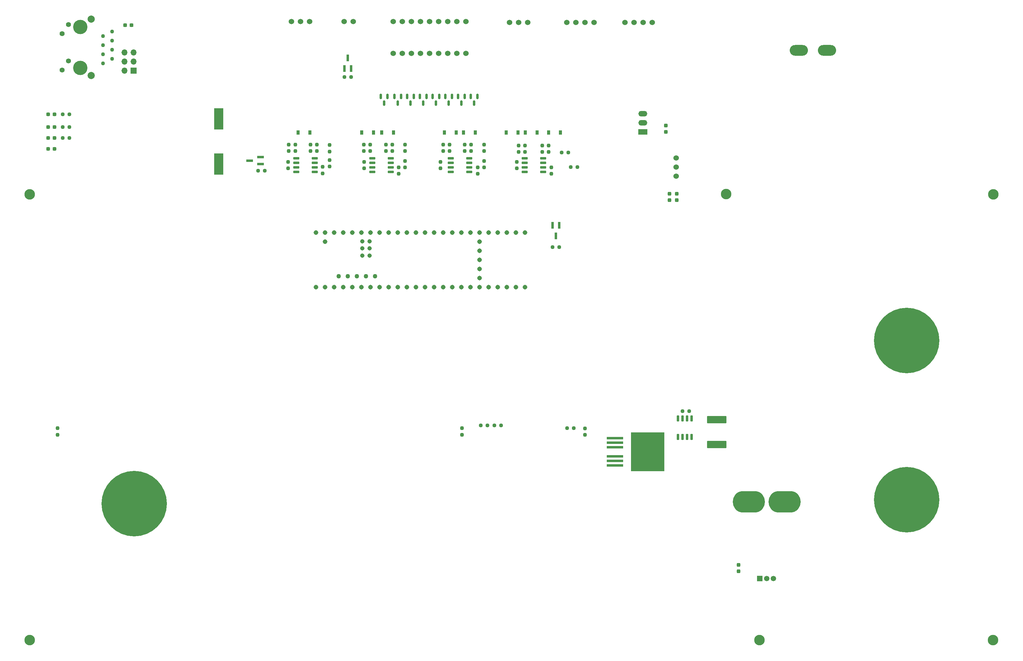
<source format=gts>
G04 #@! TF.GenerationSoftware,KiCad,Pcbnew,(6.0.7)*
G04 #@! TF.CreationDate,2022-11-19T14:41:37-06:00*
G04 #@! TF.ProjectId,2023Rev1,32303233-5265-4763-912e-6b696361645f,rev?*
G04 #@! TF.SameCoordinates,Original*
G04 #@! TF.FileFunction,Soldermask,Top*
G04 #@! TF.FilePolarity,Negative*
%FSLAX46Y46*%
G04 Gerber Fmt 4.6, Leading zero omitted, Abs format (unit mm)*
G04 Created by KiCad (PCBNEW (6.0.7)) date 2022-11-19 14:41:37*
%MOMM*%
%LPD*%
G01*
G04 APERTURE LIST*
G04 Aperture macros list*
%AMRoundRect*
0 Rectangle with rounded corners*
0 $1 Rounding radius*
0 $2 $3 $4 $5 $6 $7 $8 $9 X,Y pos of 4 corners*
0 Add a 4 corners polygon primitive as box body*
4,1,4,$2,$3,$4,$5,$6,$7,$8,$9,$2,$3,0*
0 Add four circle primitives for the rounded corners*
1,1,$1+$1,$2,$3*
1,1,$1+$1,$4,$5*
1,1,$1+$1,$6,$7*
1,1,$1+$1,$8,$9*
0 Add four rect primitives between the rounded corners*
20,1,$1+$1,$2,$3,$4,$5,0*
20,1,$1+$1,$4,$5,$6,$7,0*
20,1,$1+$1,$6,$7,$8,$9,0*
20,1,$1+$1,$8,$9,$2,$3,0*%
%AMHorizOval*
0 Thick line with rounded ends*
0 $1 width*
0 $2 $3 position (X,Y) of the first rounded end (center of the circle)*
0 $4 $5 position (X,Y) of the second rounded end (center of the circle)*
0 Add line between two ends*
20,1,$1,$2,$3,$4,$5,0*
0 Add two circle primitives to create the rounded ends*
1,1,$1,$2,$3*
1,1,$1,$4,$5*%
G04 Aperture macros list end*
%ADD10C,1.524000*%
%ADD11RoundRect,0.237500X-0.250000X-0.237500X0.250000X-0.237500X0.250000X0.237500X-0.250000X0.237500X0*%
%ADD12C,2.946400*%
%ADD13RoundRect,0.150000X-0.150000X0.587500X-0.150000X-0.587500X0.150000X-0.587500X0.150000X0.587500X0*%
%ADD14RoundRect,0.237500X-0.237500X0.250000X-0.237500X-0.250000X0.237500X-0.250000X0.237500X0.250000X0*%
%ADD15C,18.288000*%
%ADD16RoundRect,0.250001X2.474999X-0.799999X2.474999X0.799999X-2.474999X0.799999X-2.474999X-0.799999X0*%
%ADD17R,2.500000X6.000000*%
%ADD18C,1.308000*%
%ADD19C,1.258000*%
%ADD20C,1.208000*%
%ADD21RoundRect,0.237500X-0.237500X0.300000X-0.237500X-0.300000X0.237500X-0.300000X0.237500X0.300000X0*%
%ADD22RoundRect,0.237500X-0.287500X-0.237500X0.287500X-0.237500X0.287500X0.237500X-0.287500X0.237500X0*%
%ADD23RoundRect,0.150000X0.725000X0.150000X-0.725000X0.150000X-0.725000X-0.150000X0.725000X-0.150000X0*%
%ADD24R,0.900000X1.200000*%
%ADD25R,1.500000X1.500000*%
%ADD26C,1.500000*%
%ADD27C,0.800000*%
%ADD28HorizOval,0.800000X0.000000X0.000000X0.000000X0.000000X0*%
%ADD29HorizOval,0.800000X0.000000X0.000000X0.000000X0.000000X0*%
%ADD30O,9.000000X6.000000*%
%ADD31RoundRect,0.237500X0.250000X0.237500X-0.250000X0.237500X-0.250000X-0.237500X0.250000X-0.237500X0*%
%ADD32R,4.600000X0.800000*%
%ADD33R,9.400000X10.800000*%
%ADD34RoundRect,0.237500X0.237500X-0.250000X0.237500X0.250000X-0.237500X0.250000X-0.237500X-0.250000X0*%
%ADD35RoundRect,0.237500X0.237500X-0.300000X0.237500X0.300000X-0.237500X0.300000X-0.237500X-0.300000X0*%
%ADD36RoundRect,0.237500X-0.300000X-0.237500X0.300000X-0.237500X0.300000X0.237500X-0.300000X0.237500X0*%
%ADD37R,1.700000X1.700000*%
%ADD38O,1.700000X1.700000*%
%ADD39RoundRect,0.150000X-0.150000X0.725000X-0.150000X-0.725000X0.150000X-0.725000X0.150000X0.725000X0*%
%ADD40R,0.800000X1.900000*%
%ADD41R,2.500000X1.500000*%
%ADD42O,2.500000X1.500000*%
%ADD43R,1.900000X0.800000*%
%ADD44O,5.100000X3.000000*%
%ADD45C,1.100000*%
%ADD46C,1.400000*%
%ADD47C,4.000000*%
%ADD48C,2.000000*%
G04 APERTURE END LIST*
D10*
X260513102Y-79792102D03*
X260513102Y-82332102D03*
X260513102Y-84872102D03*
D11*
X228485602Y-78268102D03*
X230310602Y-78268102D03*
D12*
X349032102Y-214412102D03*
D13*
X190724102Y-62598602D03*
X188824102Y-62598602D03*
X189774102Y-64473602D03*
D14*
X215936102Y-80911602D03*
X215936102Y-82736602D03*
D15*
X324902102Y-130810000D03*
D13*
X194280102Y-62598602D03*
X192380102Y-62598602D03*
X193330102Y-64473602D03*
D16*
X271816102Y-159848102D03*
X271816102Y-152898102D03*
D17*
X132600102Y-68920102D03*
X132600102Y-81520102D03*
D14*
X223048102Y-76339602D03*
X223048102Y-78164602D03*
D11*
X89039602Y-67600102D03*
X90864602Y-67600102D03*
D18*
X162342102Y-115860102D03*
X164882102Y-115860102D03*
X167422102Y-115860102D03*
X169962102Y-115860102D03*
X195362102Y-115860102D03*
X164882102Y-100620102D03*
X205522102Y-110780102D03*
X172502102Y-115860102D03*
X175042102Y-115860102D03*
D19*
X166152102Y-112810102D03*
D18*
X177582102Y-115860102D03*
X180122102Y-115860102D03*
X182662102Y-115860102D03*
X185202102Y-115860102D03*
X187742102Y-115860102D03*
X190282102Y-115860102D03*
X192822102Y-115860102D03*
X192822102Y-100620102D03*
X190282102Y-100620102D03*
X187742102Y-100620102D03*
X185202102Y-100620102D03*
X182662102Y-100620102D03*
X180122102Y-100620102D03*
X177582102Y-100620102D03*
X175042102Y-100620102D03*
X172502102Y-100620102D03*
X169962102Y-100620102D03*
X167422102Y-100620102D03*
X197902102Y-115860102D03*
X200442102Y-115860102D03*
X202982102Y-115860102D03*
X205522102Y-115860102D03*
X208062102Y-115860102D03*
X210602102Y-115860102D03*
X213142102Y-115860102D03*
X215682102Y-115860102D03*
X218222102Y-115860102D03*
X218222102Y-100620102D03*
X215682102Y-100620102D03*
X213142102Y-100620102D03*
X210602102Y-100620102D03*
X208062102Y-100620102D03*
X205522102Y-100620102D03*
X202982102Y-100620102D03*
X200442102Y-100620102D03*
X197902102Y-100620102D03*
D19*
X171232102Y-112810102D03*
X168692102Y-112810102D03*
D18*
X159802102Y-115860102D03*
X195362102Y-100620102D03*
X162342102Y-100620102D03*
X205522102Y-108240102D03*
D20*
X174772102Y-105070102D03*
X172772102Y-105070102D03*
D18*
X205522102Y-103160102D03*
X205522102Y-105700102D03*
D20*
X172772102Y-103070102D03*
X174772102Y-103070102D03*
X174772102Y-107070102D03*
X172772102Y-107070102D03*
D19*
X173772102Y-112810102D03*
X176312102Y-112810102D03*
D18*
X205522102Y-113320102D03*
X159802102Y-100620102D03*
X162342102Y-103160102D03*
D21*
X277912102Y-193483602D03*
X277912102Y-195208602D03*
D14*
X173264102Y-80911602D03*
X173264102Y-82736602D03*
D22*
X85013102Y-74204102D03*
X86763102Y-74204102D03*
D23*
X159457102Y-83729102D03*
X159457102Y-82459102D03*
X159457102Y-81189102D03*
X159457102Y-79919102D03*
X154307102Y-79919102D03*
X154307102Y-81189102D03*
X154307102Y-82459102D03*
X154307102Y-83729102D03*
D24*
X195744102Y-72680102D03*
X199044102Y-72680102D03*
D12*
X349159102Y-89952102D03*
D22*
X85013102Y-67600102D03*
X86763102Y-67600102D03*
D14*
X201354602Y-76085602D03*
X201354602Y-77910602D03*
X195362102Y-76085602D03*
X195362102Y-77910602D03*
D25*
X283886102Y-197245000D03*
D26*
X285796102Y-197245000D03*
X287706102Y-197245000D03*
D27*
X287596102Y-174185000D03*
D28*
X286846102Y-176475000D03*
D27*
X290126102Y-177895000D03*
X292796102Y-173795000D03*
X294746102Y-175215000D03*
X293996102Y-177505000D03*
X293996102Y-174185000D03*
X290126102Y-173795000D03*
D29*
X286846102Y-175215000D03*
D27*
X288796102Y-173795000D03*
X291466102Y-177895000D03*
X294746102Y-176475000D03*
X288796102Y-177895000D03*
X287596102Y-177505000D03*
X291466102Y-173795000D03*
X292796102Y-177895000D03*
D30*
X290796102Y-175845000D03*
D28*
X284746102Y-175215000D03*
D29*
X284746102Y-176475000D03*
D30*
X280796102Y-175845000D03*
D27*
X276846102Y-176475000D03*
X283996102Y-174185000D03*
X281466102Y-177895000D03*
X277596102Y-177505000D03*
X283996102Y-177505000D03*
X277596102Y-174185000D03*
X281466102Y-173795000D03*
X282796102Y-173795000D03*
X280126102Y-173795000D03*
X282796102Y-177895000D03*
X278796102Y-173795000D03*
X280126102Y-177895000D03*
X278796102Y-177895000D03*
X276846102Y-175215000D03*
D15*
X324902102Y-175260000D03*
D12*
X283754102Y-214412102D03*
D13*
X183612102Y-62598602D03*
X181712102Y-62598602D03*
X182662102Y-64473602D03*
D14*
X206792102Y-80657602D03*
X206792102Y-82482602D03*
D11*
X205879602Y-154468102D03*
X207704602Y-154468102D03*
D23*
X180757102Y-83729102D03*
X180757102Y-82459102D03*
X180757102Y-81189102D03*
X180757102Y-79919102D03*
X175607102Y-79919102D03*
X175607102Y-81189102D03*
X175607102Y-82459102D03*
X175607102Y-83729102D03*
D14*
X160056102Y-76085602D03*
X160056102Y-77910602D03*
X154086102Y-76085602D03*
X154086102Y-77910602D03*
D11*
X262267602Y-150531102D03*
X264092602Y-150531102D03*
D31*
X231834602Y-155230102D03*
X230009602Y-155230102D03*
D24*
X201078102Y-72680102D03*
X204378102Y-72680102D03*
D11*
X89039602Y-71156102D03*
X90864602Y-71156102D03*
D32*
X243362102Y-158024102D03*
D33*
X252512102Y-161834102D03*
D32*
X243362102Y-159294102D03*
X243362102Y-163104102D03*
X243362102Y-164374102D03*
X243362102Y-160564102D03*
X243362102Y-165644102D03*
D14*
X203132602Y-76085602D03*
X203132602Y-77910602D03*
D11*
X143649602Y-83348102D03*
X145474602Y-83348102D03*
D34*
X174985102Y-77910602D03*
X174985102Y-76085602D03*
D14*
X200660000Y-155297500D03*
X200660000Y-157122500D03*
D13*
X179802102Y-62598602D03*
X177902102Y-62598602D03*
X178852102Y-64473602D03*
D14*
X181138102Y-76085602D03*
X181138102Y-77910602D03*
D13*
X197836102Y-62598602D03*
X195936102Y-62598602D03*
X196886102Y-64473602D03*
D34*
X197140102Y-77910602D03*
X197140102Y-76085602D03*
D21*
X260640102Y-89851602D03*
X260640102Y-91576602D03*
D11*
X89039602Y-74204102D03*
X90864602Y-74204102D03*
D14*
X161708102Y-82285102D03*
X161708102Y-84110102D03*
D22*
X85013102Y-71156102D03*
X86763102Y-71156102D03*
D35*
X257592102Y-72526602D03*
X257592102Y-70801602D03*
D11*
X209689602Y-154468102D03*
X211514602Y-154468102D03*
X167779602Y-57186102D03*
X169604602Y-57186102D03*
D14*
X87630000Y-155297500D03*
X87630000Y-157122500D03*
D34*
X152182102Y-77910602D03*
X152182102Y-76085602D03*
D36*
X106495602Y-42708102D03*
X108220602Y-42708102D03*
D31*
X227770602Y-104684102D03*
X225945602Y-104684102D03*
D14*
X179360102Y-76085602D03*
X179360102Y-77910602D03*
D34*
X163612102Y-78014102D03*
X163612102Y-76189102D03*
D37*
X108882102Y-55408102D03*
D38*
X106342102Y-55408102D03*
X108882102Y-52868102D03*
X106342102Y-52868102D03*
X108882102Y-50328102D03*
X106342102Y-50328102D03*
D12*
X274438522Y-89869682D03*
D13*
X201392102Y-62598602D03*
X199492102Y-62598602D03*
X200442102Y-64473602D03*
D24*
X172630102Y-72680102D03*
X175930102Y-72680102D03*
D14*
X216444102Y-76339602D03*
X216444102Y-78164602D03*
D34*
X184694102Y-77910602D03*
X184694102Y-76085602D03*
D23*
X223337102Y-83729102D03*
X223337102Y-82459102D03*
X223337102Y-81189102D03*
X223337102Y-79919102D03*
X218187102Y-79919102D03*
X218187102Y-81189102D03*
X218187102Y-82459102D03*
X218187102Y-83729102D03*
D24*
X154850102Y-72680102D03*
X158150102Y-72680102D03*
D34*
X206792102Y-77910602D03*
X206792102Y-76085602D03*
X218222102Y-78164602D03*
X218222102Y-76339602D03*
D15*
X109002102Y-176312102D03*
D23*
X202636102Y-83729102D03*
X202636102Y-82459102D03*
X202636102Y-81189102D03*
X202636102Y-79919102D03*
X197486102Y-79919102D03*
X197486102Y-81189102D03*
X197486102Y-82459102D03*
X197486102Y-83729102D03*
D39*
X264831102Y-152528102D03*
X263561102Y-152528102D03*
X262291102Y-152528102D03*
X261021102Y-152528102D03*
X261021102Y-157678102D03*
X262291102Y-157678102D03*
X263561102Y-157678102D03*
X264831102Y-157678102D03*
D12*
X79792102Y-214412102D03*
D24*
X218350102Y-72680102D03*
X221650102Y-72680102D03*
D40*
X227808102Y-98612102D03*
X225908102Y-98612102D03*
X226858102Y-101612102D03*
D41*
X251146602Y-72572602D03*
D42*
X251146602Y-70032602D03*
X251146602Y-67492602D03*
D40*
X167742102Y-54876102D03*
X169642102Y-54876102D03*
X168692102Y-51876102D03*
D14*
X205014102Y-82435602D03*
X205014102Y-84260602D03*
D24*
X224827102Y-72680102D03*
X228127102Y-72680102D03*
D22*
X85013102Y-77252102D03*
X86763102Y-77252102D03*
D14*
X158278102Y-76085602D03*
X158278102Y-77910602D03*
D31*
X232850602Y-82332102D03*
X231025602Y-82332102D03*
D12*
X79792102Y-89952102D03*
D13*
X187168102Y-62598602D03*
X185268102Y-62598602D03*
X186218102Y-64473602D03*
D43*
X144284102Y-81504102D03*
X144284102Y-79604102D03*
X141284102Y-80554102D03*
D44*
X294741000Y-49784000D03*
X302641000Y-49784000D03*
D14*
X184694102Y-80657602D03*
X184694102Y-82482602D03*
X152056102Y-80911602D03*
X152056102Y-82736602D03*
X225588102Y-82435602D03*
X225588102Y-84260602D03*
X182916102Y-82435602D03*
X182916102Y-84260602D03*
X163612102Y-80403602D03*
X163612102Y-82228602D03*
D24*
X178218102Y-72680102D03*
X181518102Y-72680102D03*
X213016102Y-72680102D03*
X216316102Y-72680102D03*
D14*
X224826102Y-76339602D03*
X224826102Y-78164602D03*
X194600102Y-80911602D03*
X194600102Y-82736602D03*
D21*
X258608102Y-89851602D03*
X258608102Y-91576602D03*
D13*
X204948102Y-62598602D03*
X203048102Y-62598602D03*
X203998102Y-64473602D03*
D14*
X173207102Y-76085602D03*
X173207102Y-77910602D03*
D34*
X234986102Y-157158602D03*
X234986102Y-155333602D03*
D10*
X213904102Y-41946102D03*
X216444102Y-41946102D03*
X218984102Y-41946102D03*
X152944102Y-41692102D03*
X155484102Y-41692102D03*
X158024102Y-41692102D03*
X246162102Y-41946102D03*
X248702102Y-41946102D03*
X251242102Y-41946102D03*
X253782102Y-41946102D03*
X253782102Y-41946102D03*
X181392102Y-50582102D03*
X183932102Y-50582102D03*
X186472102Y-50582102D03*
X189012102Y-50582102D03*
X191552102Y-50582102D03*
X194092102Y-50582102D03*
X196632102Y-50582102D03*
X199172102Y-50582102D03*
X201712102Y-50582102D03*
D45*
X100292102Y-53374102D03*
X102832102Y-52104102D03*
X100292102Y-50834102D03*
X102832102Y-49564102D03*
X100292102Y-48294102D03*
X102832102Y-47024102D03*
X100292102Y-45754102D03*
X102832102Y-44484102D03*
D46*
X88862102Y-55254102D03*
X90652102Y-52714102D03*
X88862102Y-45144102D03*
X90652102Y-42604102D03*
D47*
X93942102Y-54644102D03*
X93942102Y-43214102D03*
D48*
X96992102Y-41054102D03*
X96992102Y-56804102D03*
D10*
X181392102Y-41692102D03*
X183932102Y-41692102D03*
X186472102Y-41692102D03*
X189012102Y-41692102D03*
X191552102Y-41692102D03*
X194092102Y-41692102D03*
X196632102Y-41692102D03*
X199172102Y-41692102D03*
X201712102Y-41692102D03*
X229906102Y-41946102D03*
X232446102Y-41946102D03*
X234986102Y-41946102D03*
X237526102Y-41946102D03*
X237526102Y-41946102D03*
X167676102Y-41692102D03*
X170216102Y-41692102D03*
M02*

</source>
